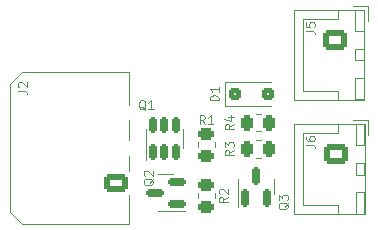
<source format=gto>
G04 #@! TF.GenerationSoftware,KiCad,Pcbnew,(7.0.0)*
G04 #@! TF.CreationDate,2023-03-25T16:30:21+01:00*
G04 #@! TF.ProjectId,PowerPCB,506f7765-7250-4434-922e-6b696361645f,rev?*
G04 #@! TF.SameCoordinates,Original*
G04 #@! TF.FileFunction,Legend,Top*
G04 #@! TF.FilePolarity,Positive*
%FSLAX46Y46*%
G04 Gerber Fmt 4.6, Leading zero omitted, Abs format (unit mm)*
G04 Created by KiCad (PCBNEW (7.0.0)) date 2023-03-25 16:30:21*
%MOMM*%
%LPD*%
G01*
G04 APERTURE LIST*
G04 Aperture macros list*
%AMRoundRect*
0 Rectangle with rounded corners*
0 $1 Rounding radius*
0 $2 $3 $4 $5 $6 $7 $8 $9 X,Y pos of 4 corners*
0 Add a 4 corners polygon primitive as box body*
4,1,4,$2,$3,$4,$5,$6,$7,$8,$9,$2,$3,0*
0 Add four circle primitives for the rounded corners*
1,1,$1+$1,$2,$3*
1,1,$1+$1,$4,$5*
1,1,$1+$1,$6,$7*
1,1,$1+$1,$8,$9*
0 Add four rect primitives between the rounded corners*
20,1,$1+$1,$2,$3,$4,$5,0*
20,1,$1+$1,$4,$5,$6,$7,0*
20,1,$1+$1,$6,$7,$8,$9,0*
20,1,$1+$1,$8,$9,$2,$3,0*%
G04 Aperture macros list end*
%ADD10C,0.100000*%
%ADD11C,0.120000*%
%ADD12RoundRect,0.150000X0.587500X0.150000X-0.587500X0.150000X-0.587500X-0.150000X0.587500X-0.150000X0*%
%ADD13RoundRect,0.250000X-0.300000X-0.300000X0.300000X-0.300000X0.300000X0.300000X-0.300000X0.300000X0*%
%ADD14C,2.700000*%
%ADD15RoundRect,0.150000X0.150000X-0.512500X0.150000X0.512500X-0.150000X0.512500X-0.150000X-0.512500X0*%
%ADD16RoundRect,0.250000X-0.262500X-0.450000X0.262500X-0.450000X0.262500X0.450000X-0.262500X0.450000X0*%
%ADD17RoundRect,0.250000X-0.750000X0.600000X-0.750000X-0.600000X0.750000X-0.600000X0.750000X0.600000X0*%
%ADD18O,2.000000X1.700000*%
%ADD19RoundRect,0.150000X0.150000X-0.587500X0.150000X0.587500X-0.150000X0.587500X-0.150000X-0.587500X0*%
%ADD20RoundRect,0.250000X0.450000X-0.262500X0.450000X0.262500X-0.450000X0.262500X-0.450000X-0.262500X0*%
%ADD21C,3.000000*%
%ADD22RoundRect,0.250001X0.759999X-0.499999X0.759999X0.499999X-0.759999X0.499999X-0.759999X-0.499999X0*%
%ADD23O,2.020000X1.500000*%
%ADD24RoundRect,0.250000X-0.450000X0.262500X-0.450000X-0.262500X0.450000X-0.262500X0.450000X0.262500X0*%
%ADD25RoundRect,0.250000X0.262500X0.450000X-0.262500X0.450000X-0.262500X-0.450000X0.262500X-0.450000X0*%
%ADD26R,1.700000X1.700000*%
%ADD27O,1.700000X1.700000*%
G04 APERTURE END LIST*
D10*
X112792964Y-59177428D02*
X112757250Y-59248857D01*
X112757250Y-59248857D02*
X112685821Y-59320285D01*
X112685821Y-59320285D02*
X112578678Y-59427428D01*
X112578678Y-59427428D02*
X112542964Y-59498857D01*
X112542964Y-59498857D02*
X112542964Y-59570285D01*
X112721535Y-59534571D02*
X112685821Y-59606000D01*
X112685821Y-59606000D02*
X112614392Y-59677428D01*
X112614392Y-59677428D02*
X112471535Y-59713142D01*
X112471535Y-59713142D02*
X112221535Y-59713142D01*
X112221535Y-59713142D02*
X112078678Y-59677428D01*
X112078678Y-59677428D02*
X112007250Y-59606000D01*
X112007250Y-59606000D02*
X111971535Y-59534571D01*
X111971535Y-59534571D02*
X111971535Y-59391714D01*
X111971535Y-59391714D02*
X112007250Y-59320285D01*
X112007250Y-59320285D02*
X112078678Y-59248857D01*
X112078678Y-59248857D02*
X112221535Y-59213142D01*
X112221535Y-59213142D02*
X112471535Y-59213142D01*
X112471535Y-59213142D02*
X112614392Y-59248857D01*
X112614392Y-59248857D02*
X112685821Y-59320285D01*
X112685821Y-59320285D02*
X112721535Y-59391714D01*
X112721535Y-59391714D02*
X112721535Y-59534571D01*
X112042964Y-58927428D02*
X112007250Y-58891714D01*
X112007250Y-58891714D02*
X111971535Y-58820286D01*
X111971535Y-58820286D02*
X111971535Y-58641714D01*
X111971535Y-58641714D02*
X112007250Y-58570286D01*
X112007250Y-58570286D02*
X112042964Y-58534571D01*
X112042964Y-58534571D02*
X112114392Y-58498857D01*
X112114392Y-58498857D02*
X112185821Y-58498857D01*
X112185821Y-58498857D02*
X112292964Y-58534571D01*
X112292964Y-58534571D02*
X112721535Y-58963143D01*
X112721535Y-58963143D02*
X112721535Y-58498857D01*
X118309535Y-52547571D02*
X117559535Y-52547571D01*
X117559535Y-52547571D02*
X117559535Y-52369000D01*
X117559535Y-52369000D02*
X117595250Y-52261857D01*
X117595250Y-52261857D02*
X117666678Y-52190428D01*
X117666678Y-52190428D02*
X117738107Y-52154714D01*
X117738107Y-52154714D02*
X117880964Y-52119000D01*
X117880964Y-52119000D02*
X117988107Y-52119000D01*
X117988107Y-52119000D02*
X118130964Y-52154714D01*
X118130964Y-52154714D02*
X118202392Y-52190428D01*
X118202392Y-52190428D02*
X118273821Y-52261857D01*
X118273821Y-52261857D02*
X118309535Y-52369000D01*
X118309535Y-52369000D02*
X118309535Y-52547571D01*
X118309535Y-51404714D02*
X118309535Y-51833285D01*
X118309535Y-51619000D02*
X117559535Y-51619000D01*
X117559535Y-51619000D02*
X117666678Y-51690428D01*
X117666678Y-51690428D02*
X117738107Y-51761857D01*
X117738107Y-51761857D02*
X117773821Y-51833285D01*
X112120571Y-53356964D02*
X112049142Y-53321250D01*
X112049142Y-53321250D02*
X111977714Y-53249821D01*
X111977714Y-53249821D02*
X111870571Y-53142678D01*
X111870571Y-53142678D02*
X111799142Y-53106964D01*
X111799142Y-53106964D02*
X111727714Y-53106964D01*
X111763428Y-53285535D02*
X111692000Y-53249821D01*
X111692000Y-53249821D02*
X111620571Y-53178392D01*
X111620571Y-53178392D02*
X111584857Y-53035535D01*
X111584857Y-53035535D02*
X111584857Y-52785535D01*
X111584857Y-52785535D02*
X111620571Y-52642678D01*
X111620571Y-52642678D02*
X111692000Y-52571250D01*
X111692000Y-52571250D02*
X111763428Y-52535535D01*
X111763428Y-52535535D02*
X111906285Y-52535535D01*
X111906285Y-52535535D02*
X111977714Y-52571250D01*
X111977714Y-52571250D02*
X112049142Y-52642678D01*
X112049142Y-52642678D02*
X112084857Y-52785535D01*
X112084857Y-52785535D02*
X112084857Y-53035535D01*
X112084857Y-53035535D02*
X112049142Y-53178392D01*
X112049142Y-53178392D02*
X111977714Y-53249821D01*
X111977714Y-53249821D02*
X111906285Y-53285535D01*
X111906285Y-53285535D02*
X111763428Y-53285535D01*
X112799142Y-53285535D02*
X112370571Y-53285535D01*
X112584856Y-53285535D02*
X112584856Y-52535535D01*
X112584856Y-52535535D02*
X112513428Y-52642678D01*
X112513428Y-52642678D02*
X112441999Y-52714107D01*
X112441999Y-52714107D02*
X112370571Y-52749821D01*
X119579535Y-54574250D02*
X119222392Y-54824250D01*
X119579535Y-55002821D02*
X118829535Y-55002821D01*
X118829535Y-55002821D02*
X118829535Y-54717107D01*
X118829535Y-54717107D02*
X118865250Y-54645678D01*
X118865250Y-54645678D02*
X118900964Y-54609964D01*
X118900964Y-54609964D02*
X118972392Y-54574250D01*
X118972392Y-54574250D02*
X119079535Y-54574250D01*
X119079535Y-54574250D02*
X119150964Y-54609964D01*
X119150964Y-54609964D02*
X119186678Y-54645678D01*
X119186678Y-54645678D02*
X119222392Y-54717107D01*
X119222392Y-54717107D02*
X119222392Y-55002821D01*
X119079535Y-53931393D02*
X119579535Y-53931393D01*
X118793821Y-54109964D02*
X119329535Y-54288535D01*
X119329535Y-54288535D02*
X119329535Y-53824250D01*
X125687535Y-56307999D02*
X126223250Y-56307999D01*
X126223250Y-56307999D02*
X126330392Y-56343714D01*
X126330392Y-56343714D02*
X126401821Y-56415142D01*
X126401821Y-56415142D02*
X126437535Y-56522285D01*
X126437535Y-56522285D02*
X126437535Y-56593714D01*
X125687535Y-55629428D02*
X125687535Y-55772285D01*
X125687535Y-55772285D02*
X125723250Y-55843713D01*
X125723250Y-55843713D02*
X125758964Y-55879428D01*
X125758964Y-55879428D02*
X125866107Y-55950856D01*
X125866107Y-55950856D02*
X126008964Y-55986570D01*
X126008964Y-55986570D02*
X126294678Y-55986570D01*
X126294678Y-55986570D02*
X126366107Y-55950856D01*
X126366107Y-55950856D02*
X126401821Y-55915142D01*
X126401821Y-55915142D02*
X126437535Y-55843713D01*
X126437535Y-55843713D02*
X126437535Y-55700856D01*
X126437535Y-55700856D02*
X126401821Y-55629428D01*
X126401821Y-55629428D02*
X126366107Y-55593713D01*
X126366107Y-55593713D02*
X126294678Y-55557999D01*
X126294678Y-55557999D02*
X126116107Y-55557999D01*
X126116107Y-55557999D02*
X126044678Y-55593713D01*
X126044678Y-55593713D02*
X126008964Y-55629428D01*
X126008964Y-55629428D02*
X125973250Y-55700856D01*
X125973250Y-55700856D02*
X125973250Y-55843713D01*
X125973250Y-55843713D02*
X126008964Y-55915142D01*
X126008964Y-55915142D02*
X126044678Y-55950856D01*
X126044678Y-55950856D02*
X126116107Y-55986570D01*
X124222964Y-61209428D02*
X124187250Y-61280857D01*
X124187250Y-61280857D02*
X124115821Y-61352285D01*
X124115821Y-61352285D02*
X124008678Y-61459428D01*
X124008678Y-61459428D02*
X123972964Y-61530857D01*
X123972964Y-61530857D02*
X123972964Y-61602285D01*
X124151535Y-61566571D02*
X124115821Y-61638000D01*
X124115821Y-61638000D02*
X124044392Y-61709428D01*
X124044392Y-61709428D02*
X123901535Y-61745142D01*
X123901535Y-61745142D02*
X123651535Y-61745142D01*
X123651535Y-61745142D02*
X123508678Y-61709428D01*
X123508678Y-61709428D02*
X123437250Y-61638000D01*
X123437250Y-61638000D02*
X123401535Y-61566571D01*
X123401535Y-61566571D02*
X123401535Y-61423714D01*
X123401535Y-61423714D02*
X123437250Y-61352285D01*
X123437250Y-61352285D02*
X123508678Y-61280857D01*
X123508678Y-61280857D02*
X123651535Y-61245142D01*
X123651535Y-61245142D02*
X123901535Y-61245142D01*
X123901535Y-61245142D02*
X124044392Y-61280857D01*
X124044392Y-61280857D02*
X124115821Y-61352285D01*
X124115821Y-61352285D02*
X124151535Y-61423714D01*
X124151535Y-61423714D02*
X124151535Y-61566571D01*
X123401535Y-60995143D02*
X123401535Y-60530857D01*
X123401535Y-60530857D02*
X123687250Y-60780857D01*
X123687250Y-60780857D02*
X123687250Y-60673714D01*
X123687250Y-60673714D02*
X123722964Y-60602286D01*
X123722964Y-60602286D02*
X123758678Y-60566571D01*
X123758678Y-60566571D02*
X123830107Y-60530857D01*
X123830107Y-60530857D02*
X124008678Y-60530857D01*
X124008678Y-60530857D02*
X124080107Y-60566571D01*
X124080107Y-60566571D02*
X124115821Y-60602286D01*
X124115821Y-60602286D02*
X124151535Y-60673714D01*
X124151535Y-60673714D02*
X124151535Y-60888000D01*
X124151535Y-60888000D02*
X124115821Y-60959428D01*
X124115821Y-60959428D02*
X124080107Y-60995143D01*
X119071535Y-60755000D02*
X118714392Y-61005000D01*
X119071535Y-61183571D02*
X118321535Y-61183571D01*
X118321535Y-61183571D02*
X118321535Y-60897857D01*
X118321535Y-60897857D02*
X118357250Y-60826428D01*
X118357250Y-60826428D02*
X118392964Y-60790714D01*
X118392964Y-60790714D02*
X118464392Y-60755000D01*
X118464392Y-60755000D02*
X118571535Y-60755000D01*
X118571535Y-60755000D02*
X118642964Y-60790714D01*
X118642964Y-60790714D02*
X118678678Y-60826428D01*
X118678678Y-60826428D02*
X118714392Y-60897857D01*
X118714392Y-60897857D02*
X118714392Y-61183571D01*
X118392964Y-60469285D02*
X118357250Y-60433571D01*
X118357250Y-60433571D02*
X118321535Y-60362143D01*
X118321535Y-60362143D02*
X118321535Y-60183571D01*
X118321535Y-60183571D02*
X118357250Y-60112143D01*
X118357250Y-60112143D02*
X118392964Y-60076428D01*
X118392964Y-60076428D02*
X118464392Y-60040714D01*
X118464392Y-60040714D02*
X118535821Y-60040714D01*
X118535821Y-60040714D02*
X118642964Y-60076428D01*
X118642964Y-60076428D02*
X119071535Y-60505000D01*
X119071535Y-60505000D02*
X119071535Y-60040714D01*
X101303535Y-51735999D02*
X101839250Y-51735999D01*
X101839250Y-51735999D02*
X101946392Y-51771714D01*
X101946392Y-51771714D02*
X102017821Y-51843142D01*
X102017821Y-51843142D02*
X102053535Y-51950285D01*
X102053535Y-51950285D02*
X102053535Y-52021714D01*
X101374964Y-51414570D02*
X101339250Y-51378856D01*
X101339250Y-51378856D02*
X101303535Y-51307428D01*
X101303535Y-51307428D02*
X101303535Y-51128856D01*
X101303535Y-51128856D02*
X101339250Y-51057428D01*
X101339250Y-51057428D02*
X101374964Y-51021713D01*
X101374964Y-51021713D02*
X101446392Y-50985999D01*
X101446392Y-50985999D02*
X101517821Y-50985999D01*
X101517821Y-50985999D02*
X101624964Y-51021713D01*
X101624964Y-51021713D02*
X102053535Y-51450285D01*
X102053535Y-51450285D02*
X102053535Y-50985999D01*
X117146999Y-54555535D02*
X116896999Y-54198392D01*
X116718428Y-54555535D02*
X116718428Y-53805535D01*
X116718428Y-53805535D02*
X117004142Y-53805535D01*
X117004142Y-53805535D02*
X117075571Y-53841250D01*
X117075571Y-53841250D02*
X117111285Y-53876964D01*
X117111285Y-53876964D02*
X117146999Y-53948392D01*
X117146999Y-53948392D02*
X117146999Y-54055535D01*
X117146999Y-54055535D02*
X117111285Y-54126964D01*
X117111285Y-54126964D02*
X117075571Y-54162678D01*
X117075571Y-54162678D02*
X117004142Y-54198392D01*
X117004142Y-54198392D02*
X116718428Y-54198392D01*
X117861285Y-54555535D02*
X117432714Y-54555535D01*
X117646999Y-54555535D02*
X117646999Y-53805535D01*
X117646999Y-53805535D02*
X117575571Y-53912678D01*
X117575571Y-53912678D02*
X117504142Y-53984107D01*
X117504142Y-53984107D02*
X117432714Y-54019821D01*
X119579535Y-56785000D02*
X119222392Y-57035000D01*
X119579535Y-57213571D02*
X118829535Y-57213571D01*
X118829535Y-57213571D02*
X118829535Y-56927857D01*
X118829535Y-56927857D02*
X118865250Y-56856428D01*
X118865250Y-56856428D02*
X118900964Y-56820714D01*
X118900964Y-56820714D02*
X118972392Y-56785000D01*
X118972392Y-56785000D02*
X119079535Y-56785000D01*
X119079535Y-56785000D02*
X119150964Y-56820714D01*
X119150964Y-56820714D02*
X119186678Y-56856428D01*
X119186678Y-56856428D02*
X119222392Y-56927857D01*
X119222392Y-56927857D02*
X119222392Y-57213571D01*
X118829535Y-56535000D02*
X118829535Y-56070714D01*
X118829535Y-56070714D02*
X119115250Y-56320714D01*
X119115250Y-56320714D02*
X119115250Y-56213571D01*
X119115250Y-56213571D02*
X119150964Y-56142143D01*
X119150964Y-56142143D02*
X119186678Y-56106428D01*
X119186678Y-56106428D02*
X119258107Y-56070714D01*
X119258107Y-56070714D02*
X119436678Y-56070714D01*
X119436678Y-56070714D02*
X119508107Y-56106428D01*
X119508107Y-56106428D02*
X119543821Y-56142143D01*
X119543821Y-56142143D02*
X119579535Y-56213571D01*
X119579535Y-56213571D02*
X119579535Y-56427857D01*
X119579535Y-56427857D02*
X119543821Y-56499285D01*
X119543821Y-56499285D02*
X119508107Y-56535000D01*
X125687535Y-46655999D02*
X126223250Y-46655999D01*
X126223250Y-46655999D02*
X126330392Y-46691714D01*
X126330392Y-46691714D02*
X126401821Y-46763142D01*
X126401821Y-46763142D02*
X126437535Y-46870285D01*
X126437535Y-46870285D02*
X126437535Y-46941714D01*
X125687535Y-45941713D02*
X125687535Y-46298856D01*
X125687535Y-46298856D02*
X126044678Y-46334570D01*
X126044678Y-46334570D02*
X126008964Y-46298856D01*
X126008964Y-46298856D02*
X125973250Y-46227428D01*
X125973250Y-46227428D02*
X125973250Y-46048856D01*
X125973250Y-46048856D02*
X126008964Y-45977428D01*
X126008964Y-45977428D02*
X126044678Y-45941713D01*
X126044678Y-45941713D02*
X126116107Y-45905999D01*
X126116107Y-45905999D02*
X126294678Y-45905999D01*
X126294678Y-45905999D02*
X126366107Y-45941713D01*
X126366107Y-45941713D02*
X126401821Y-45977428D01*
X126401821Y-45977428D02*
X126437535Y-46048856D01*
X126437535Y-46048856D02*
X126437535Y-46227428D01*
X126437535Y-46227428D02*
X126401821Y-46298856D01*
X126401821Y-46298856D02*
X126366107Y-46334570D01*
D11*
X113825500Y-61936000D02*
X115500500Y-61936000D01*
X113825500Y-61936000D02*
X113175500Y-61936000D01*
X113825500Y-58816000D02*
X114475500Y-58816000D01*
X113825500Y-58816000D02*
X113175500Y-58816000D01*
X118872000Y-50994000D02*
X118872000Y-52994000D01*
X118872000Y-50994000D02*
X122732000Y-50994000D01*
X118872000Y-52994000D02*
X122732000Y-52994000D01*
X112156000Y-55804000D02*
X112156000Y-57604000D01*
X112156000Y-55804000D02*
X112156000Y-55004000D01*
X115276000Y-55804000D02*
X115276000Y-56604000D01*
X115276000Y-55804000D02*
X115276000Y-55004000D01*
X121438186Y-53714250D02*
X121892314Y-53714250D01*
X121438186Y-55184250D02*
X121892314Y-55184250D01*
X130961000Y-54244000D02*
X129711000Y-54244000D01*
X130671000Y-54534000D02*
X124701000Y-54534000D01*
X124701000Y-54534000D02*
X124701000Y-62154000D01*
X130661000Y-54544000D02*
X129911000Y-54544000D01*
X129911000Y-54544000D02*
X129911000Y-56344000D01*
X128411000Y-54544000D02*
X128411000Y-55294000D01*
X128411000Y-55294000D02*
X125461000Y-55294000D01*
X125461000Y-55294000D02*
X125461000Y-58344000D01*
X130961000Y-55494000D02*
X130961000Y-54244000D01*
X130661000Y-56344000D02*
X130661000Y-54544000D01*
X129911000Y-56344000D02*
X130661000Y-56344000D01*
X130661000Y-57844000D02*
X129911000Y-57844000D01*
X129911000Y-57844000D02*
X129911000Y-58844000D01*
X130661000Y-58844000D02*
X130661000Y-57844000D01*
X129911000Y-58844000D02*
X130661000Y-58844000D01*
X130661000Y-60344000D02*
X129911000Y-60344000D01*
X129911000Y-60344000D02*
X129911000Y-62144000D01*
X128411000Y-61394000D02*
X125461000Y-61394000D01*
X125461000Y-61394000D02*
X125461000Y-58344000D01*
X130661000Y-62144000D02*
X130661000Y-60344000D01*
X129911000Y-62144000D02*
X130661000Y-62144000D01*
X128411000Y-62144000D02*
X128411000Y-61394000D01*
X130671000Y-62154000D02*
X130671000Y-54534000D01*
X124701000Y-62154000D02*
X130671000Y-62154000D01*
X119917250Y-59868000D02*
X119917250Y-61543000D01*
X119917250Y-59868000D02*
X119917250Y-59218000D01*
X123037250Y-59868000D02*
X123037250Y-60518000D01*
X123037250Y-59868000D02*
X123037250Y-59218000D01*
X116537000Y-60857064D02*
X116537000Y-60402936D01*
X118007000Y-60857064D02*
X118007000Y-60402936D01*
X101624000Y-63001000D02*
X100624000Y-62001000D01*
X110744000Y-63001000D02*
X101624000Y-63001000D01*
X110744000Y-63001000D02*
X110744000Y-60576000D01*
X100624000Y-62001000D02*
X100624000Y-51131000D01*
X110744000Y-58556000D02*
X110744000Y-57217767D01*
X110744000Y-55914233D02*
X110744000Y-54217767D01*
X100624000Y-51131000D02*
X101624000Y-50131000D01*
X101624000Y-50131000D02*
X110744000Y-50131000D01*
X110744000Y-50131000D02*
X110744000Y-52914233D01*
X118007000Y-56084936D02*
X118007000Y-56539064D01*
X116537000Y-56084936D02*
X116537000Y-56539064D01*
X121892314Y-57395000D02*
X121438186Y-57395000D01*
X121892314Y-55925000D02*
X121438186Y-55925000D01*
X130944000Y-44572000D02*
X129694000Y-44572000D01*
X130654000Y-44862000D02*
X124684000Y-44862000D01*
X124684000Y-44862000D02*
X124684000Y-52482000D01*
X130644000Y-44872000D02*
X129894000Y-44872000D01*
X129894000Y-44872000D02*
X129894000Y-46672000D01*
X128394000Y-44872000D02*
X128394000Y-45622000D01*
X128394000Y-45622000D02*
X125444000Y-45622000D01*
X125444000Y-45622000D02*
X125444000Y-48672000D01*
X130944000Y-45822000D02*
X130944000Y-44572000D01*
X130644000Y-46672000D02*
X130644000Y-44872000D01*
X129894000Y-46672000D02*
X130644000Y-46672000D01*
X130644000Y-48172000D02*
X129894000Y-48172000D01*
X129894000Y-48172000D02*
X129894000Y-49172000D01*
X130644000Y-49172000D02*
X130644000Y-48172000D01*
X129894000Y-49172000D02*
X130644000Y-49172000D01*
X130644000Y-50672000D02*
X129894000Y-50672000D01*
X129894000Y-50672000D02*
X129894000Y-52472000D01*
X128394000Y-51722000D02*
X125444000Y-51722000D01*
X125444000Y-51722000D02*
X125444000Y-48672000D01*
X130644000Y-52472000D02*
X130644000Y-50672000D01*
X129894000Y-52472000D02*
X130644000Y-52472000D01*
X128394000Y-52472000D02*
X128394000Y-51722000D01*
X130654000Y-52482000D02*
X130654000Y-44862000D01*
X124684000Y-52482000D02*
X130654000Y-52482000D01*
%LPC*%
D12*
X114763000Y-61326000D03*
X114763000Y-59426000D03*
X112888000Y-60376000D03*
D13*
X119682000Y-51994000D03*
X122482000Y-51994000D03*
D14*
X103500000Y-47500000D03*
D15*
X112766000Y-56941500D03*
X113716000Y-56941500D03*
X114666000Y-56941500D03*
X114666000Y-54666500D03*
X113716000Y-54666500D03*
X112766000Y-54666500D03*
D16*
X120752750Y-54449250D03*
X122577750Y-54449250D03*
D17*
X128211000Y-57094000D03*
D18*
X128210999Y-59593999D03*
D19*
X120527250Y-60805500D03*
X122427250Y-60805500D03*
X121477250Y-58930500D03*
D20*
X117272000Y-61542500D03*
X117272000Y-59717500D03*
D21*
X105334000Y-56566000D03*
D22*
X109654000Y-59566000D03*
D23*
X109653999Y-56565999D03*
X109653999Y-53565999D03*
D24*
X117272000Y-55399500D03*
X117272000Y-57224500D03*
D25*
X122577750Y-56660000D03*
X120752750Y-56660000D03*
D17*
X128194000Y-47422000D03*
D18*
X128193999Y-49921999D03*
D26*
X108369999Y-48769999D03*
D27*
X108369999Y-46229999D03*
X110909999Y-48769999D03*
X110909999Y-46229999D03*
X113449999Y-48769999D03*
X113449999Y-46229999D03*
X115989999Y-48769999D03*
X115989999Y-46229999D03*
X118529999Y-48769999D03*
X118529999Y-46229999D03*
M02*

</source>
